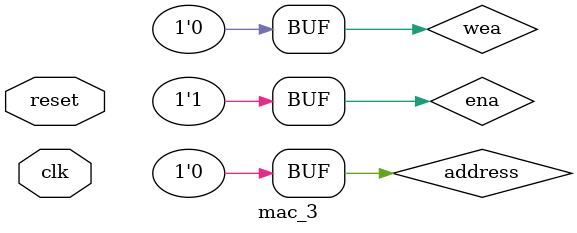
<source format=v>
`timescale 1ns / 1ps

module mac_3(input clk, input reset);

reg  address;
wire [16:0] out [9:0];
wire [79:0] din [2:0];
wire [79:0] dout [2:0];
reg ena, wea;

ila_0 ila_instance (
    .clk(clk), // input wire clk
    .probe0(dout[0]), // input wire [7:0]  probe0  
    .probe1(dout[1]), // input wire [7:0]  probe1 
    .probe2(dout[2]), // input wire [7:0]  probe2 
    .probe3(out[0]), // input wire [16:0]  probe3 
    .probe4(out[1]), // input wire [16:0]  probe4 
    .probe5(out[2]), // input wire [16:0]  probe5 
    .probe6(out[3]), // input wire [16:0]  probe6 
    .probe7(out[4]), // input wire [16:0]  probe7 
    .probe8(out[5]), // input wire [16:0]  probe8 
    .probe9(out[6]), // input wire [16:0]  probe9 
    .probe10(out[7]), // input wire [16:0]  probe10 
    .probe11(out[8]), // input wire [16:0]  probe11 
    .probe12(out[9])  // input wire [16:0]  probe12
);

genvar i;
generate
    for (i = 0; i < 10; i = i + 1) begin : dsp_loop
        dsp_macro_0 dsp_instance (
            .CLK(clk),      // input wire CLK
            .A(dout[0][(i+1)*8 - 1: i * 8]),    // input wire [7 : 0] A
            .B(dout[1][(i+1)*8 - 1: i * 8]),    // input wire [7 : 0] B
            .C(dout[2][(i+1)*8 - 1: i * 8]),    // input wire [7 : 0] C
            .P(out[i])      // output wire [16 : 0] P
        );
    end
endgenerate

blk_mem_gen_0 mem_0 (
  .clka(clk),    // input wire clka
  .ena(ena),      // input wire ena
  .wea(wea),      // input wire [0 : 0] wea
  .addra(address),  // input wire [0 : 0] addra
  .dina(din[0]),    // input wire [79 : 0] dina
  .douta(dout[0])  // output wire [79 : 0] douta
);

blk_mem_gen_1 mem_1 (
    .clka(clk),      // input wire clka
    .ena(ena),       // input wire ena
    .wea(wea),       // input wire [0 : 0] wea
    .addra(address), // input wire [3 : 0] addra
    .dina(din[1]),   // input wire [7 : 0] dina
    .douta(dout[1])  // output wire [7 : 0] douta
);

blk_mem_gen_2 mem_2 (
    .clka(clk),      // input wire clka
    .ena(ena),       // input wire ena
    .wea(wea),       // input wire [0 : 0] wea
    .addra(address), // input wire [3 : 0] addra
    .dina(din[2]),   // input wire [7 : 0] dina
    .douta(dout[2])  // output wire [7 : 0] douta
);

initial begin
    address = 4'b0000;  
    ena = 1;
    wea = 0;
end

endmodule
</source>
